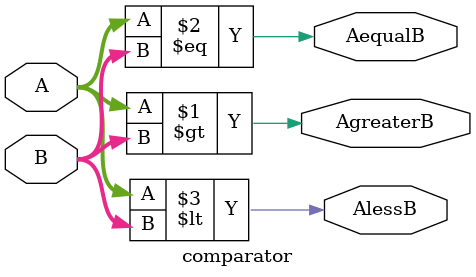
<source format=v>
`timescale 1ns / 1ps


module comparator(
    input [3:0] A,
    input [3:0] B,
    output AgreaterB, AequalB, AlessB
    );
    
    assign AgreaterB = (A > B);
    assign AequalB = (A == B);
    assign AlessB = (A < B);
    
endmodule

</source>
